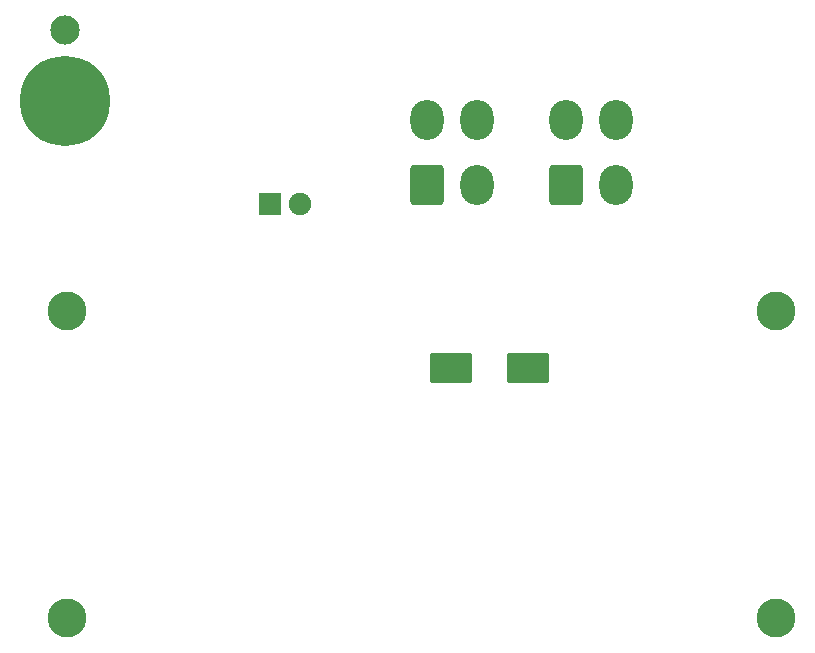
<source format=gbr>
%TF.GenerationSoftware,KiCad,Pcbnew,(6.0.9)*%
%TF.CreationDate,2022-12-26T19:41:24-09:00*%
%TF.ProjectId,PCB_ KY-58 PANEL,5043422c-204b-4592-9d35-382050414e45,rev?*%
%TF.SameCoordinates,Original*%
%TF.FileFunction,Soldermask,Bot*%
%TF.FilePolarity,Negative*%
%FSLAX46Y46*%
G04 Gerber Fmt 4.6, Leading zero omitted, Abs format (unit mm)*
G04 Created by KiCad (PCBNEW (6.0.9)) date 2022-12-26 19:41:24*
%MOMM*%
%LPD*%
G01*
G04 APERTURE LIST*
G04 Aperture macros list*
%AMRoundRect*
0 Rectangle with rounded corners*
0 $1 Rounding radius*
0 $2 $3 $4 $5 $6 $7 $8 $9 X,Y pos of 4 corners*
0 Add a 4 corners polygon primitive as box body*
4,1,4,$2,$3,$4,$5,$6,$7,$8,$9,$2,$3,0*
0 Add four circle primitives for the rounded corners*
1,1,$1+$1,$2,$3*
1,1,$1+$1,$4,$5*
1,1,$1+$1,$6,$7*
1,1,$1+$1,$8,$9*
0 Add four rect primitives between the rounded corners*
20,1,$1+$1,$2,$3,$4,$5,0*
20,1,$1+$1,$4,$5,$6,$7,0*
20,1,$1+$1,$6,$7,$8,$9,0*
20,1,$1+$1,$8,$9,$2,$3,0*%
G04 Aperture macros list end*
%ADD10RoundRect,0.300001X-1.099999X-1.399999X1.099999X-1.399999X1.099999X1.399999X-1.099999X1.399999X0*%
%ADD11O,2.800000X3.400000*%
%ADD12RoundRect,0.050000X-0.900000X-0.900000X0.900000X-0.900000X0.900000X0.900000X-0.900000X0.900000X0*%
%ADD13C,1.900000*%
%ADD14RoundRect,0.300000X-1.500000X-1.000000X1.500000X-1.000000X1.500000X1.000000X-1.500000X1.000000X0*%
%ADD15C,3.300000*%
%ADD16C,2.481250*%
%ADD17C,7.640752*%
G04 APERTURE END LIST*
D10*
%TO.C,J2*%
X158242000Y-101343000D03*
D11*
X162442000Y-101343000D03*
X158242000Y-95843000D03*
X162442000Y-95843000D03*
%TD*%
D10*
%TO.C,J1*%
X146482000Y-101343000D03*
D11*
X150682000Y-101343000D03*
X146482000Y-95843000D03*
X150682000Y-95843000D03*
%TD*%
D12*
%TO.C,D1*%
X133147000Y-102997000D03*
D13*
X135687000Y-102997000D03*
%TD*%
D14*
%TO.C,C1*%
X148491000Y-116891000D03*
X154991000Y-116891000D03*
%TD*%
D15*
%TO.C,REF\u002A\u002A*%
X116000000Y-112000000D03*
%TD*%
%TO.C,REF\u002A\u002A*%
X175975000Y-138025000D03*
%TD*%
D16*
%TO.C,REF\u002A\u002A*%
X115760258Y-88278977D03*
D17*
X115760258Y-94278977D03*
X115760258Y-94278977D03*
%TD*%
D15*
%TO.C,REF\u002A\u002A*%
X115975000Y-138000000D03*
%TD*%
%TO.C,REF\u002A\u002A*%
X176025000Y-112000000D03*
%TD*%
M02*

</source>
